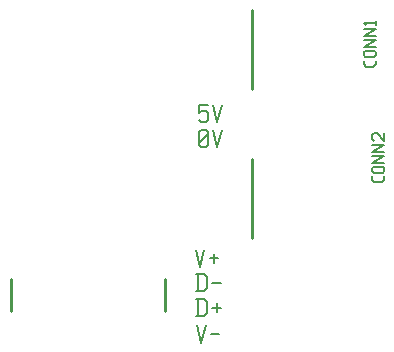
<source format=gbr>
G04 start of page 8 for group -4079 idx -4079 *
G04 Title: (unknown), topsilk *
G04 Creator: pcb 4.2.0 *
G04 CreationDate: Thu Feb 27 09:32:16 2020 UTC *
G04 For: blinken *
G04 Format: Gerber/RS-274X *
G04 PCB-Dimensions (mm): 65.00 56.00 *
G04 PCB-Coordinate-Origin: lower left *
%MOMM*%
%FSLAX43Y43*%
%LNTOPSILK*%
%ADD59C,0.150*%
%ADD58C,0.254*%
G54D58*X16100Y30550D02*Y27800D01*
X3050Y30550D02*Y27800D01*
G54D59*X18700Y32984D02*X19066Y31521D01*
X19432Y32984D01*
X19870Y32253D02*X20602D01*
X20236Y32618D02*Y31887D01*
X18933Y30934D02*Y29471D01*
X19408Y30934D02*X19664Y30678D01*
Y29727D01*
X19408Y29471D02*X19664Y29727D01*
X18750Y29471D02*X19408D01*
X18750Y30934D02*X19408D01*
X20103Y30203D02*X20835D01*
X18800Y26584D02*X19166Y25121D01*
X19532Y26584D01*
X19970Y25853D02*X20702D01*
X18933Y28834D02*Y27371D01*
X19408Y28834D02*X19664Y28578D01*
Y27627D01*
X19408Y27371D02*X19664Y27627D01*
X18750Y27371D02*X19408D01*
X18750Y28834D02*X19408D01*
X20103Y28103D02*X20835D01*
X20469Y28468D02*Y27737D01*
X19000Y45284D02*X19732D01*
X19000D02*Y44553D01*
X19183Y44736D01*
X19549D01*
X19732Y44553D01*
Y44004D01*
X19549Y43821D02*X19732Y44004D01*
X19183Y43821D02*X19549D01*
X19000Y44004D02*X19183Y43821D01*
X20170Y45284D02*X20536Y43821D01*
X20902Y45284D01*
X19000Y41854D02*X19183Y41671D01*
X19000Y42951D02*Y41854D01*
Y42951D02*X19183Y43134D01*
X19549D01*
X19732Y42951D01*
Y41854D01*
X19549Y41671D02*X19732Y41854D01*
X19183Y41671D02*X19549D01*
X19000Y42037D02*X19732Y42768D01*
X20170Y43134D02*X20536Y41671D01*
X20902Y43134D01*
G54D58*X23500Y40700D02*Y34000D01*
Y53300D02*Y46600D01*
G54D59*X34670Y39208D02*Y38878D01*
X34492Y38700D02*X34670Y38878D01*
X33832Y38700D02*X34492D01*
X33832D02*X33654Y38878D01*
Y39208D02*Y38878D01*
X33781Y39513D02*X34543D01*
X33781D02*X33654Y39640D01*
Y39894D02*Y39640D01*
Y39894D02*X33781Y40021D01*
X34543D01*
X34670Y39894D02*X34543Y40021D01*
X34670Y39894D02*Y39640D01*
X34543Y39513D02*X34670Y39640D01*
X33654Y40326D02*X34670D01*
X33654D02*X34670Y40961D01*
X33654D02*X34670D01*
X33654Y41265D02*X34670D01*
X33654D02*X34670Y41900D01*
X33654D02*X34670D01*
X33781Y42205D02*X33654Y42332D01*
Y42713D02*Y42332D01*
Y42713D02*X33781Y42840D01*
X34035D01*
X34670Y42205D02*X34035Y42840D01*
X34670D02*Y42205D01*
X33920Y49008D02*Y48678D01*
X33742Y48500D02*X33920Y48678D01*
X33082Y48500D02*X33742D01*
X33082D02*X32904Y48678D01*
Y49008D02*Y48678D01*
X33031Y49313D02*X33793D01*
X33031D02*X32904Y49440D01*
Y49694D02*Y49440D01*
Y49694D02*X33031Y49821D01*
X33793D01*
X33920Y49694D02*X33793Y49821D01*
X33920Y49694D02*Y49440D01*
X33793Y49313D02*X33920Y49440D01*
X32904Y50126D02*X33920D01*
X32904D02*X33920Y50761D01*
X32904D02*X33920D01*
X32904Y51065D02*X33920D01*
X32904D02*X33920Y51700D01*
X32904D02*X33920D01*
X33107Y52005D02*X32904Y52208D01*
X33920D01*
Y52386D02*Y52005D01*
M02*

</source>
